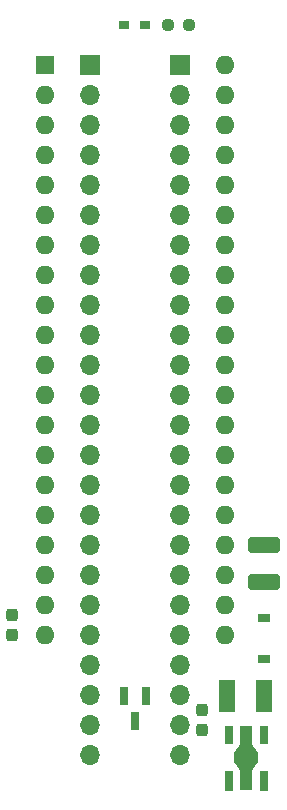
<source format=gbr>
G04 #@! TF.GenerationSoftware,KiCad,Pcbnew,8.0.4+dfsg-1*
G04 #@! TF.CreationDate,2025-02-10T13:10:00+09:00*
G04 #@! TF.ProjectId,bionic-tms9981,62696f6e-6963-42d7-946d-73393938312e,3*
G04 #@! TF.SameCoordinates,Original*
G04 #@! TF.FileFunction,Soldermask,Top*
G04 #@! TF.FilePolarity,Negative*
%FSLAX46Y46*%
G04 Gerber Fmt 4.6, Leading zero omitted, Abs format (unit mm)*
G04 Created by KiCad (PCBNEW 8.0.4+dfsg-1) date 2025-02-10 13:10:00*
%MOMM*%
%LPD*%
G01*
G04 APERTURE LIST*
G04 Aperture macros list*
%AMRoundRect*
0 Rectangle with rounded corners*
0 $1 Rounding radius*
0 $2 $3 $4 $5 $6 $7 $8 $9 X,Y pos of 4 corners*
0 Add a 4 corners polygon primitive as box body*
4,1,4,$2,$3,$4,$5,$6,$7,$8,$9,$2,$3,0*
0 Add four circle primitives for the rounded corners*
1,1,$1+$1,$2,$3*
1,1,$1+$1,$4,$5*
1,1,$1+$1,$6,$7*
1,1,$1+$1,$8,$9*
0 Add four rect primitives between the rounded corners*
20,1,$1+$1,$2,$3,$4,$5,0*
20,1,$1+$1,$4,$5,$6,$7,0*
20,1,$1+$1,$6,$7,$8,$9,0*
20,1,$1+$1,$8,$9,$2,$3,0*%
%AMFreePoly0*
4,1,13,0.500000,1.050000,1.000000,0.350000,1.000000,-0.450000,0.500000,-1.150000,0.500000,-2.750000,-0.500000,-2.750000,-0.500000,-1.150000,-1.000000,-0.450000,-1.000000,0.350000,-0.500000,1.050000,-0.500000,2.750000,0.500000,2.750000,0.500000,1.050000,0.500000,1.050000,$1*%
G04 Aperture macros list end*
%ADD10RoundRect,0.237500X0.237500X-0.300000X0.237500X0.300000X-0.237500X0.300000X-0.237500X-0.300000X0*%
%ADD11R,1.371600X2.743200*%
%ADD12RoundRect,0.237500X-0.250000X-0.237500X0.250000X-0.237500X0.250000X0.237500X-0.250000X0.237500X0*%
%ADD13R,0.965200X0.762000*%
%ADD14R,0.700000X1.700000*%
%ADD15R,0.700000X1.600000*%
%ADD16FreePoly0,180.000000*%
%ADD17R,0.660400X1.625600*%
%ADD18R,1.600000X1.600000*%
%ADD19O,1.600000X1.600000*%
%ADD20R,1.041400X0.762000*%
%ADD21RoundRect,0.250000X1.100000X-0.412500X1.100000X0.412500X-1.100000X0.412500X-1.100000X-0.412500X0*%
%ADD22R,1.700000X1.700000*%
%ADD23O,1.700000X1.700000*%
G04 APERTURE END LIST*
D10*
X119415000Y-131364200D03*
X119415000Y-129639200D03*
D11*
X121497800Y-128470800D03*
X124647400Y-128470800D03*
D12*
X116470500Y-71651000D03*
X118295500Y-71651000D03*
D13*
X114576300Y-71651000D03*
X112823700Y-71651000D03*
D14*
X124647400Y-135648200D03*
X121647400Y-135648200D03*
D15*
X121647400Y-131798200D03*
D16*
X123147400Y-133748200D03*
D15*
X124647400Y-131798200D03*
D17*
X114665200Y-128470800D03*
X112765198Y-128470800D03*
X113715199Y-130602800D03*
D18*
X106080000Y-75080000D03*
D19*
X106080000Y-77620000D03*
X106080000Y-80160000D03*
X106080000Y-82700000D03*
X106080000Y-85240000D03*
X106080000Y-87780000D03*
X106080000Y-90320000D03*
X106080000Y-92860000D03*
X106080000Y-95400000D03*
X106080000Y-97940000D03*
X106080000Y-100480000D03*
X106080000Y-103020000D03*
X106080000Y-105560000D03*
X106080000Y-108100000D03*
X106080000Y-110640000D03*
X106080000Y-113180000D03*
X106080000Y-115720000D03*
X106080000Y-118260000D03*
X106080000Y-120800000D03*
X106080000Y-123340000D03*
X121320000Y-123340000D03*
X121320000Y-120800000D03*
X121320000Y-118260000D03*
X121320000Y-115720000D03*
X121320000Y-113180000D03*
X121320000Y-110640000D03*
X121320000Y-108100000D03*
X121320000Y-105560000D03*
X121320000Y-103020000D03*
X121320000Y-100480000D03*
X121320000Y-97940000D03*
X121320000Y-95400000D03*
X121320000Y-92860000D03*
X121320000Y-90320000D03*
X121320000Y-87780000D03*
X121320000Y-85240000D03*
X121320000Y-82700000D03*
X121320000Y-80160000D03*
X121320000Y-77620000D03*
X121320000Y-75080000D03*
D10*
X103336800Y-123338900D03*
X103336800Y-121613900D03*
D20*
X124647400Y-121866800D03*
X124647400Y-125346600D03*
D21*
X124647400Y-118845000D03*
X124647400Y-115720000D03*
D22*
X109890000Y-75080000D03*
D23*
X109890000Y-77620000D03*
X109890000Y-80160000D03*
X109890000Y-82700000D03*
X109890000Y-85240000D03*
X109890000Y-87780000D03*
X109890000Y-90320000D03*
X109890000Y-92860000D03*
X109890000Y-95400000D03*
X109890000Y-97940000D03*
X109890000Y-100480000D03*
X109890000Y-103020000D03*
X109890000Y-105560000D03*
X109890000Y-108100000D03*
X109890000Y-110640000D03*
X109890000Y-113180000D03*
X109890000Y-115720000D03*
X109890000Y-118260000D03*
X109890000Y-120800000D03*
X109890000Y-123340000D03*
X109890000Y-125880000D03*
X109890000Y-128420000D03*
X109890000Y-130960000D03*
X109890000Y-133500000D03*
X117510000Y-133500000D03*
X117510000Y-130960000D03*
X117510000Y-128420000D03*
X117510000Y-125880000D03*
X117510000Y-123340000D03*
X117510000Y-120800000D03*
X117510000Y-118260000D03*
X117510000Y-115720000D03*
X117510000Y-113180000D03*
X117510000Y-110640000D03*
X117510000Y-108100000D03*
X117510000Y-105560000D03*
X117510000Y-103020000D03*
X117510000Y-100480000D03*
X117510000Y-97940000D03*
X117510000Y-95400000D03*
X117510000Y-92860000D03*
X117510000Y-90320000D03*
X117510000Y-87780000D03*
X117510000Y-85240000D03*
X117510000Y-82700000D03*
X117510000Y-80160000D03*
X117510000Y-77620000D03*
D22*
X117510000Y-75080000D03*
M02*

</source>
